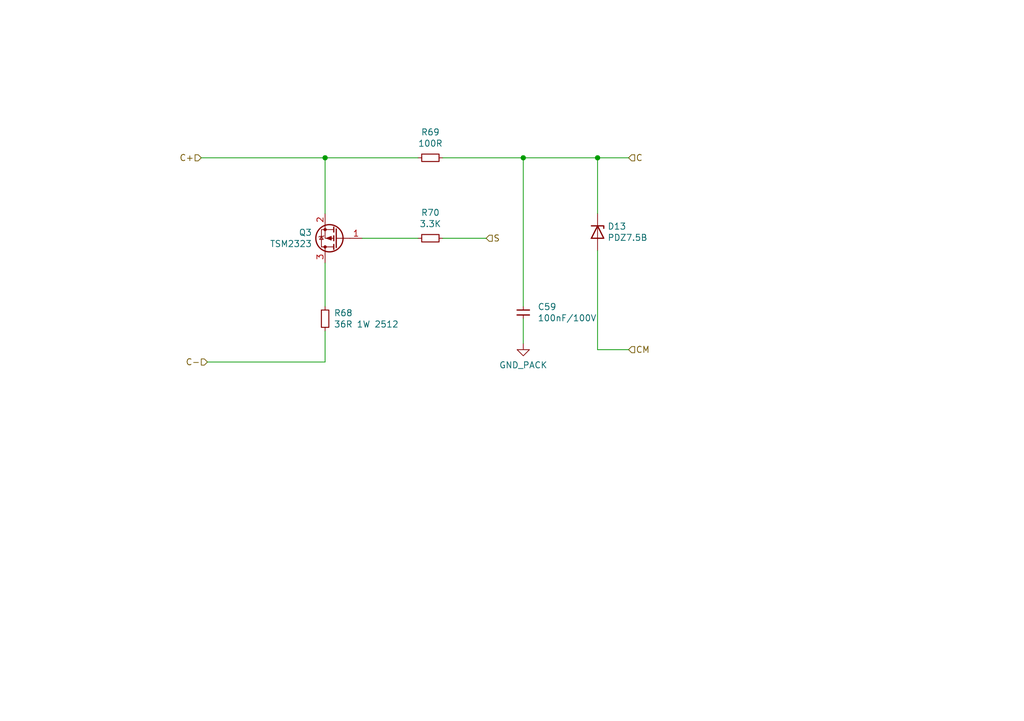
<source format=kicad_sch>
(kicad_sch (version 20230121) (generator eeschema)

  (uuid b617f54a-d595-416e-a403-41f59b27f156)

  (paper "A5")

  (title_block
    (date "2023-10-19")
    (rev "V0.1")
    (company "teTra")
  )

  (lib_symbols
    (symbol "Device:C" (pin_numbers hide) (pin_names (offset 0.254)) (in_bom yes) (on_board yes)
      (property "Reference" "C" (at 0.635 2.54 0)
        (effects (font (size 1.27 1.27)) (justify left))
      )
      (property "Value" "C" (at 0.635 -2.54 0)
        (effects (font (size 1.27 1.27)) (justify left))
      )
      (property "Footprint" "" (at 0.9652 -3.81 0)
        (effects (font (size 1.27 1.27)) hide)
      )
      (property "Datasheet" "~" (at 0 0 0)
        (effects (font (size 1.27 1.27)) hide)
      )
      (property "ki_keywords" "cap capacitor" (at 0 0 0)
        (effects (font (size 1.27 1.27)) hide)
      )
      (property "ki_description" "Unpolarized capacitor" (at 0 0 0)
        (effects (font (size 1.27 1.27)) hide)
      )
      (property "ki_fp_filters" "C_*" (at 0 0 0)
        (effects (font (size 1.27 1.27)) hide)
      )
      (symbol "C_1_1"
        (polyline
          (pts
            (xy -1.27 -0.508)
            (xy 1.27 -0.508)
          )
          (stroke (width 0.254) (type default))
          (fill (type none))
        )
        (polyline
          (pts
            (xy -1.27 0.508)
            (xy 1.27 0.508)
          )
          (stroke (width 0.254) (type default))
          (fill (type none))
        )
        (pin passive line (at 0 1.27 270) (length 0.762)
          (name "~" (effects (font (size 1.27 1.27))))
          (number "1" (effects (font (size 1.27 1.27))))
        )
        (pin passive line (at 0 -1.27 90) (length 0.762)
          (name "~" (effects (font (size 1.27 1.27))))
          (number "2" (effects (font (size 1.27 1.27))))
        )
      )
    )
    (symbol "Device:D_Zener" (pin_numbers hide) (pin_names (offset 1.016) hide) (in_bom yes) (on_board yes)
      (property "Reference" "D" (at 0 2.54 0)
        (effects (font (size 1.27 1.27)))
      )
      (property "Value" "D_Zener" (at 0 -2.54 0)
        (effects (font (size 1.27 1.27)))
      )
      (property "Footprint" "" (at 0 0 0)
        (effects (font (size 1.27 1.27)) hide)
      )
      (property "Datasheet" "~" (at 0 0 0)
        (effects (font (size 1.27 1.27)) hide)
      )
      (property "ki_keywords" "diode" (at 0 0 0)
        (effects (font (size 1.27 1.27)) hide)
      )
      (property "ki_description" "Zener diode" (at 0 0 0)
        (effects (font (size 1.27 1.27)) hide)
      )
      (property "ki_fp_filters" "TO-???* *_Diode_* *SingleDiode* D_*" (at 0 0 0)
        (effects (font (size 1.27 1.27)) hide)
      )
      (symbol "D_Zener_0_1"
        (polyline
          (pts
            (xy 1.27 0)
            (xy -1.27 0)
          )
          (stroke (width 0) (type default))
          (fill (type none))
        )
        (polyline
          (pts
            (xy -1.27 -1.27)
            (xy -1.27 1.27)
            (xy -0.762 1.27)
          )
          (stroke (width 0.254) (type default))
          (fill (type none))
        )
        (polyline
          (pts
            (xy 1.27 -1.27)
            (xy 1.27 1.27)
            (xy -1.27 0)
            (xy 1.27 -1.27)
          )
          (stroke (width 0.254) (type default))
          (fill (type none))
        )
      )
      (symbol "D_Zener_1_1"
        (pin passive line (at -3.81 0 0) (length 2.54)
          (name "K" (effects (font (size 1.27 1.27))))
          (number "1" (effects (font (size 1.27 1.27))))
        )
        (pin passive line (at 3.81 0 180) (length 2.54)
          (name "A" (effects (font (size 1.27 1.27))))
          (number "2" (effects (font (size 1.27 1.27))))
        )
      )
    )
    (symbol "Device:Q_PMOS_GSD" (pin_names (offset 0) hide) (in_bom yes) (on_board yes)
      (property "Reference" "Q" (at 5.08 1.27 0)
        (effects (font (size 1.27 1.27)) (justify left))
      )
      (property "Value" "Q_PMOS_GSD" (at 5.08 -1.27 0)
        (effects (font (size 1.27 1.27)) (justify left))
      )
      (property "Footprint" "" (at 5.08 2.54 0)
        (effects (font (size 1.27 1.27)) hide)
      )
      (property "Datasheet" "~" (at 0 0 0)
        (effects (font (size 1.27 1.27)) hide)
      )
      (property "ki_keywords" "transistor PMOS P-MOS P-MOSFET" (at 0 0 0)
        (effects (font (size 1.27 1.27)) hide)
      )
      (property "ki_description" "P-MOSFET transistor, gate/source/drain" (at 0 0 0)
        (effects (font (size 1.27 1.27)) hide)
      )
      (symbol "Q_PMOS_GSD_0_1"
        (polyline
          (pts
            (xy 0.254 0)
            (xy -2.54 0)
          )
          (stroke (width 0) (type default))
          (fill (type none))
        )
        (polyline
          (pts
            (xy 0.254 1.905)
            (xy 0.254 -1.905)
          )
          (stroke (width 0.254) (type default))
          (fill (type none))
        )
        (polyline
          (pts
            (xy 0.762 -1.27)
            (xy 0.762 -2.286)
          )
          (stroke (width 0.254) (type default))
          (fill (type none))
        )
        (polyline
          (pts
            (xy 0.762 0.508)
            (xy 0.762 -0.508)
          )
          (stroke (width 0.254) (type default))
          (fill (type none))
        )
        (polyline
          (pts
            (xy 0.762 2.286)
            (xy 0.762 1.27)
          )
          (stroke (width 0.254) (type default))
          (fill (type none))
        )
        (polyline
          (pts
            (xy 2.54 2.54)
            (xy 2.54 1.778)
          )
          (stroke (width 0) (type default))
          (fill (type none))
        )
        (polyline
          (pts
            (xy 2.54 -2.54)
            (xy 2.54 0)
            (xy 0.762 0)
          )
          (stroke (width 0) (type default))
          (fill (type none))
        )
        (polyline
          (pts
            (xy 0.762 1.778)
            (xy 3.302 1.778)
            (xy 3.302 -1.778)
            (xy 0.762 -1.778)
          )
          (stroke (width 0) (type default))
          (fill (type none))
        )
        (polyline
          (pts
            (xy 2.286 0)
            (xy 1.27 0.381)
            (xy 1.27 -0.381)
            (xy 2.286 0)
          )
          (stroke (width 0) (type default))
          (fill (type outline))
        )
        (polyline
          (pts
            (xy 2.794 -0.508)
            (xy 2.921 -0.381)
            (xy 3.683 -0.381)
            (xy 3.81 -0.254)
          )
          (stroke (width 0) (type default))
          (fill (type none))
        )
        (polyline
          (pts
            (xy 3.302 -0.381)
            (xy 2.921 0.254)
            (xy 3.683 0.254)
            (xy 3.302 -0.381)
          )
          (stroke (width 0) (type default))
          (fill (type none))
        )
        (circle (center 1.651 0) (radius 2.794)
          (stroke (width 0.254) (type default))
          (fill (type none))
        )
        (circle (center 2.54 -1.778) (radius 0.254)
          (stroke (width 0) (type default))
          (fill (type outline))
        )
        (circle (center 2.54 1.778) (radius 0.254)
          (stroke (width 0) (type default))
          (fill (type outline))
        )
      )
      (symbol "Q_PMOS_GSD_1_1"
        (pin input line (at -5.08 0 0) (length 2.54)
          (name "G" (effects (font (size 1.27 1.27))))
          (number "1" (effects (font (size 1.27 1.27))))
        )
        (pin passive line (at 2.54 -5.08 90) (length 2.54)
          (name "S" (effects (font (size 1.27 1.27))))
          (number "2" (effects (font (size 1.27 1.27))))
        )
        (pin passive line (at 2.54 5.08 270) (length 2.54)
          (name "D" (effects (font (size 1.27 1.27))))
          (number "3" (effects (font (size 1.27 1.27))))
        )
      )
    )
    (symbol "Device:R_Small" (pin_numbers hide) (pin_names (offset 0.254) hide) (in_bom yes) (on_board yes)
      (property "Reference" "R" (at 0.762 0.508 0)
        (effects (font (size 1.27 1.27)) (justify left))
      )
      (property "Value" "R_Small" (at 0.762 -1.016 0)
        (effects (font (size 1.27 1.27)) (justify left))
      )
      (property "Footprint" "" (at 0 0 0)
        (effects (font (size 1.27 1.27)) hide)
      )
      (property "Datasheet" "~" (at 0 0 0)
        (effects (font (size 1.27 1.27)) hide)
      )
      (property "ki_keywords" "R resistor" (at 0 0 0)
        (effects (font (size 1.27 1.27)) hide)
      )
      (property "ki_description" "Resistor, small symbol" (at 0 0 0)
        (effects (font (size 1.27 1.27)) hide)
      )
      (property "ki_fp_filters" "R_*" (at 0 0 0)
        (effects (font (size 1.27 1.27)) hide)
      )
      (symbol "R_Small_0_1"
        (rectangle (start -0.762 1.778) (end 0.762 -1.778)
          (stroke (width 0.2032) (type default))
          (fill (type none))
        )
      )
      (symbol "R_Small_1_1"
        (pin passive line (at 0 2.54 270) (length 0.762)
          (name "~" (effects (font (size 1.27 1.27))))
          (number "1" (effects (font (size 1.27 1.27))))
        )
        (pin passive line (at 0 -2.54 90) (length 0.762)
          (name "~" (effects (font (size 1.27 1.27))))
          (number "2" (effects (font (size 1.27 1.27))))
        )
      )
    )
    (symbol "power:GND_PACK" (power) (pin_names (offset 0)) (in_bom yes) (on_board yes)
      (property "Reference" "#PWR" (at 0 -6.35 0)
        (effects (font (size 1.27 1.27)) hide)
      )
      (property "Value" "GND_PACK" (at 0 -3.81 0)
        (effects (font (size 1.27 1.27)))
      )
      (property "Footprint" "" (at 0 0 0)
        (effects (font (size 1.27 1.27)) hide)
      )
      (property "Datasheet" "" (at 0 0 0)
        (effects (font (size 1.27 1.27)) hide)
      )
      (property "ki_keywords" "global power" (at 0 0 0)
        (effects (font (size 1.27 1.27)) hide)
      )
      (property "ki_description" "Power symbol creates a global label with name \"GND_PACK\" , ground" (at 0 0 0)
        (effects (font (size 1.27 1.27)) hide)
      )
      (symbol "GND_PACK_0_1"
        (polyline
          (pts
            (xy 0 0)
            (xy 0 -1.27)
            (xy 1.27 -1.27)
            (xy 0 -2.54)
            (xy -1.27 -1.27)
            (xy 0 -1.27)
          )
          (stroke (width 0) (type default))
          (fill (type none))
        )
      )
      (symbol "GND_PACK_1_1"
        (pin power_in line (at 0 0 270) (length 0) hide
          (name "GND_PACK" (effects (font (size 1.27 1.27))))
          (number "1" (effects (font (size 1.27 1.27))))
        )
      )
    )
  )

  (junction (at 122.555 32.385) (diameter 0) (color 0 0 0 0)
    (uuid 5a41a0a9-4a65-4203-9379-8b75415dce6d)
  )
  (junction (at 107.315 32.385) (diameter 0) (color 0 0 0 0)
    (uuid 5f139e44-093e-43a7-a558-f20763f89a8f)
  )
  (junction (at 66.675 32.385) (diameter 0) (color 0 0 0 0)
    (uuid b3215ab0-2cfc-4375-9f4b-50ddd3c00b07)
  )

  (wire (pts (xy 66.675 67.945) (xy 66.675 74.295))
    (stroke (width 0) (type default))
    (uuid 00449964-0469-4a40-8a7e-3261f8f4212d)
  )
  (wire (pts (xy 42.545 74.295) (xy 66.675 74.295))
    (stroke (width 0) (type default))
    (uuid 20aa87fc-cf9a-4f23-a711-cae9932a4116)
  )
  (wire (pts (xy 122.555 32.385) (xy 128.905 32.385))
    (stroke (width 0) (type default))
    (uuid 28efcf94-7f38-4e5a-9267-04afb8c9b61c)
  )
  (wire (pts (xy 107.315 32.385) (xy 107.315 62.865))
    (stroke (width 0) (type default))
    (uuid 3afca798-79e6-4583-9d91-d7af3342a090)
  )
  (wire (pts (xy 122.555 51.435) (xy 122.555 71.755))
    (stroke (width 0) (type default))
    (uuid 5d96c59a-744d-401f-b160-d49ad2c7fb37)
  )
  (wire (pts (xy 66.675 53.975) (xy 66.675 62.865))
    (stroke (width 0) (type default))
    (uuid 685fa693-2cd3-4577-ac16-caf4cb0af852)
  )
  (wire (pts (xy 90.805 48.895) (xy 99.695 48.895))
    (stroke (width 0) (type default))
    (uuid 980ada39-89b2-4e8d-ac5d-5e63b8225a22)
  )
  (wire (pts (xy 107.315 65.405) (xy 107.315 70.485))
    (stroke (width 0) (type default))
    (uuid 9e847583-a3ad-4aa2-b215-b0583e9cd0e7)
  )
  (wire (pts (xy 90.805 32.385) (xy 107.315 32.385))
    (stroke (width 0) (type default))
    (uuid d50952f2-e7b8-4d22-94ed-f1fb55d03bc9)
  )
  (wire (pts (xy 122.555 71.755) (xy 128.905 71.755))
    (stroke (width 0) (type default))
    (uuid e4f48ee0-1025-4c78-bcb3-94534fa4edbc)
  )
  (wire (pts (xy 107.315 32.385) (xy 122.555 32.385))
    (stroke (width 0) (type default))
    (uuid e53e0e6b-cb7c-4c17-b15b-9cafe4dfdcbe)
  )
  (wire (pts (xy 66.675 32.385) (xy 66.675 43.815))
    (stroke (width 0) (type default))
    (uuid e5b313e2-7811-4969-b2bd-2198c88a4048)
  )
  (wire (pts (xy 66.675 32.385) (xy 85.725 32.385))
    (stroke (width 0) (type default))
    (uuid eb2cd8c9-4878-4dc2-a6ce-f0eb2d55dcc9)
  )
  (wire (pts (xy 41.275 32.385) (xy 66.675 32.385))
    (stroke (width 0) (type default))
    (uuid f172ebd6-a074-4a52-9a82-d6e8207c0df7)
  )
  (wire (pts (xy 74.295 48.895) (xy 85.725 48.895))
    (stroke (width 0) (type default))
    (uuid f6c39dd0-8257-4df2-8246-2b7c82daa4a9)
  )
  (wire (pts (xy 122.555 43.815) (xy 122.555 32.385))
    (stroke (width 0) (type default))
    (uuid fdd47970-c072-4da4-8644-8bf011c6214b)
  )

  (hierarchical_label "S" (shape input) (at 99.695 48.895 0) (fields_autoplaced)
    (effects (font (size 1.27 1.27)) (justify left))
    (uuid 4a6bbecf-03f6-4c06-bb2e-550e96c8bdbc)
  )
  (hierarchical_label "C" (shape input) (at 128.905 32.385 0) (fields_autoplaced)
    (effects (font (size 1.27 1.27)) (justify left))
    (uuid 4d348356-9c8b-4d14-82b9-f6a543218144)
  )
  (hierarchical_label "C+" (shape input) (at 41.275 32.385 180) (fields_autoplaced)
    (effects (font (size 1.27 1.27)) (justify right))
    (uuid 4dda22f8-6091-4ff5-af73-cb7c121ff4d7)
  )
  (hierarchical_label "C-" (shape input) (at 42.545 74.295 180) (fields_autoplaced)
    (effects (font (size 1.27 1.27)) (justify right))
    (uuid 7558b255-b61b-4ec0-9d0f-5f1770b52780)
  )
  (hierarchical_label "CM" (shape input) (at 128.905 71.755 0) (fields_autoplaced)
    (effects (font (size 1.27 1.27)) (justify left))
    (uuid 9cc79c65-54f9-43ba-9363-91facd3e8160)
  )

  (symbol (lib_id "Device:Q_PMOS_GSD") (at 69.215 48.895 180) (unit 1)
    (in_bom yes) (on_board yes) (dnp no)
    (uuid 0521340c-6875-40b5-8f4e-658aa854575c)
    (property "Reference" "Q3" (at 64.008 47.7266 0)
      (effects (font (size 1.27 1.27)) (justify left))
    )
    (property "Value" "TSM2323" (at 64.008 50.038 0)
      (effects (font (size 1.27 1.27)) (justify left))
    )
    (property "Footprint" "Package_TO_SOT_SMD:SOT-23" (at 64.135 51.435 0)
      (effects (font (size 1.27 1.27)) hide)
    )
    (property "Datasheet" "https://www.taiwansemi.com/assets/uploads/datasheet/TSM2323_F15.pdf" (at 69.215 48.895 0)
      (effects (font (size 1.27 1.27)) hide)
    )
    (property "MPN" "TSM2323CX RFG " (at 69.215 48.895 0)
      (effects (font (size 1.27 1.27)) hide)
    )
    (property "Description" "P-Channel 20 V 4.7A (Ta) 1.25W (Ta) Surface Mount SOT-23" (at 69.215 48.895 0)
      (effects (font (size 1.27 1.27)) hide)
    )
    (property "Link" "https://www.digikey.jp/en/products/detail/taiwan-semiconductor-corporation/TSM2323CX-RFG/7360264?s=N4IgTCBcDaICoGUCyYDMaDCANABAJQDEBxHEAXQF8g" (at 69.215 48.895 0)
      (effects (font (size 1.27 1.27)) hide)
    )
    (pin "1" (uuid dbea166c-bcd2-4cfd-ad6b-8ea22c023d89))
    (pin "2" (uuid 0075f24d-3715-4617-90ce-cce2263e97f4))
    (pin "3" (uuid 9a280804-3df4-488c-8394-071f071790a3))
    (instances
      (project "ESP32_Master"
        (path "/6a86ff6f-b159-4c4c-8a40-e732cc82e010/0999518d-09c3-4a69-bd78-ff81b3ce8dd2/465070a3-d5f3-43ad-8597-2e1a5d40b801"
          (reference "Q3") (unit 1)
        )
        (path "/6a86ff6f-b159-4c4c-8a40-e732cc82e010/0999518d-09c3-4a69-bd78-ff81b3ce8dd2/e334af48-6edd-41fc-8590-ee7e4dff41f8"
          (reference "Q4") (unit 1)
        )
        (path "/6a86ff6f-b159-4c4c-8a40-e732cc82e010/0999518d-09c3-4a69-bd78-ff81b3ce8dd2/19041a75-53c8-4483-ab7a-6e49fae012b6"
          (reference "Q5") (unit 1)
        )
        (path "/6a86ff6f-b159-4c4c-8a40-e732cc82e010/0999518d-09c3-4a69-bd78-ff81b3ce8dd2/e53818c9-b8a7-47e2-8bef-2b7a2c59483f"
          (reference "Q6") (unit 1)
        )
        (path "/6a86ff6f-b159-4c4c-8a40-e732cc82e010/0999518d-09c3-4a69-bd78-ff81b3ce8dd2/d68d73fb-b65c-48fe-93ad-ef8e1e59b36d"
          (reference "Q7") (unit 1)
        )
        (path "/6a86ff6f-b159-4c4c-8a40-e732cc82e010/0999518d-09c3-4a69-bd78-ff81b3ce8dd2/bd59d348-fc68-4734-92b5-50f888b7578c"
          (reference "Q8") (unit 1)
        )
        (path "/6a86ff6f-b159-4c4c-8a40-e732cc82e010/0999518d-09c3-4a69-bd78-ff81b3ce8dd2/8de7d13b-b697-42c9-ba84-33fadfc425b6"
          (reference "Q9") (unit 1)
        )
        (path "/6a86ff6f-b159-4c4c-8a40-e732cc82e010/0999518d-09c3-4a69-bd78-ff81b3ce8dd2/60cc472b-ffa3-49bc-9ffa-1eb4726af0bf"
          (reference "Q10") (unit 1)
        )
        (path "/6a86ff6f-b159-4c4c-8a40-e732cc82e010/0999518d-09c3-4a69-bd78-ff81b3ce8dd2/463e1fe4-7edf-42b1-8034-da5791a5ce86"
          (reference "Q11") (unit 1)
        )
        (path "/6a86ff6f-b159-4c4c-8a40-e732cc82e010/0999518d-09c3-4a69-bd78-ff81b3ce8dd2/210373bf-e475-47d4-99fb-665ba599d634"
          (reference "Q12") (unit 1)
        )
        (path "/6a86ff6f-b159-4c4c-8a40-e732cc82e010/0999518d-09c3-4a69-bd78-ff81b3ce8dd2/c041c063-928c-41d7-8623-0d8fabfc1e80"
          (reference "Q13") (unit 1)
        )
        (path "/6a86ff6f-b159-4c4c-8a40-e732cc82e010/0999518d-09c3-4a69-bd78-ff81b3ce8dd2/fedf4b0c-24fd-4552-8bac-0aa12510716a"
          (reference "Q14") (unit 1)
        )
      )
      (project "LTC6811"
        (path "/c4061cfa-a05d-44c7-ba89-bb211c8b143a/00000000-0000-0000-0000-00005c4fcbe0"
          (reference "Q3") (unit 1)
        )
        (path "/c4061cfa-a05d-44c7-ba89-bb211c8b143a/00000000-0000-0000-0000-00005c4fced8"
          (reference "Q5") (unit 1)
        )
        (path "/c4061cfa-a05d-44c7-ba89-bb211c8b143a/00000000-0000-0000-0000-00005c4fd330"
          (reference "Q7") (unit 1)
        )
        (path "/c4061cfa-a05d-44c7-ba89-bb211c8b143a/00000000-0000-0000-0000-00005c4fd33c"
          (reference "Q9") (unit 1)
        )
        (path "/c4061cfa-a05d-44c7-ba89-bb211c8b143a/00000000-0000-0000-0000-00005c4ffa2b"
          (reference "Q11") (unit 1)
        )
        (path "/c4061cfa-a05d-44c7-ba89-bb211c8b143a/00000000-0000-0000-0000-00005c4ffa37"
          (reference "Q13") (unit 1)
        )
        (path "/c4061cfa-a05d-44c7-ba89-bb211c8b143a/00000000-0000-0000-0000-00005c4fced2"
          (reference "Q4") (unit 1)
        )
        (path "/c4061cfa-a05d-44c7-ba89-bb211c8b143a/00000000-0000-0000-0000-00005c4fd336"
          (reference "Q8") (unit 1)
        )
        (path "/c4061cfa-a05d-44c7-ba89-bb211c8b143a/00000000-0000-0000-0000-00005c4ffa31"
          (reference "Q12") (unit 1)
        )
        (path "/c4061cfa-a05d-44c7-ba89-bb211c8b143a/00000000-0000-0000-0000-00005c4f59f4"
          (reference "Q2") (unit 1)
        )
        (path "/c4061cfa-a05d-44c7-ba89-bb211c8b143a/00000000-0000-0000-0000-00005c4ffa25"
          (reference "Q10") (unit 1)
        )
        (path "/c4061cfa-a05d-44c7-ba89-bb211c8b143a/00000000-0000-0000-0000-00005c4fd32a"
          (reference "Q6") (unit 1)
        )
      )
    )
  )

  (symbol (lib_id "power:GND_PACK") (at 107.315 70.485 0) (unit 1)
    (in_bom yes) (on_board yes) (dnp no) (fields_autoplaced)
    (uuid 5d892bb2-6629-460c-a20d-058cbe4979bb)
    (property "Reference" "#PWR086" (at 107.315 76.835 0)
      (effects (font (size 1.27 1.27)) hide)
    )
    (property "Value" "GND_PACK" (at 107.315 74.93 0)
      (effects (font (size 1.27 1.27)))
    )
    (property "Footprint" "" (at 107.315 70.485 0)
      (effects (font (size 1.27 1.27)) hide)
    )
    (property "Datasheet" "" (at 107.315 70.485 0)
      (effects (font (size 1.27 1.27)) hide)
    )
    (pin "1" (uuid c6433e8f-9801-448a-a8a7-0d35a802ca90))
    (instances
      (project "ESP32_Master"
        (path "/6a86ff6f-b159-4c4c-8a40-e732cc82e010/0999518d-09c3-4a69-bd78-ff81b3ce8dd2/465070a3-d5f3-43ad-8597-2e1a5d40b801"
          (reference "#PWR086") (unit 1)
        )
        (path "/6a86ff6f-b159-4c4c-8a40-e732cc82e010/0999518d-09c3-4a69-bd78-ff81b3ce8dd2/e334af48-6edd-41fc-8590-ee7e4dff41f8"
          (reference "#PWR087") (unit 1)
        )
        (path "/6a86ff6f-b159-4c4c-8a40-e732cc82e010/0999518d-09c3-4a69-bd78-ff81b3ce8dd2/19041a75-53c8-4483-ab7a-6e49fae012b6"
          (reference "#PWR088") (unit 1)
        )
        (path "/6a86ff6f-b159-4c4c-8a40-e732cc82e010/0999518d-09c3-4a69-bd78-ff81b3ce8dd2/e53818c9-b8a7-47e2-8bef-2b7a2c59483f"
          (reference "#PWR089") (unit 1)
        )
        (path "/6a86ff6f-b159-4c4c-8a40-e732cc82e010/0999518d-09c3-4a69-bd78-ff81b3ce8dd2/d68d73fb-b65c-48fe-93ad-ef8e1e59b36d"
          (reference "#PWR090") (unit 1)
        )
        (path "/6a86ff6f-b159-4c4c-8a40-e732cc82e010/0999518d-09c3-4a69-bd78-ff81b3ce8dd2/bd59d348-fc68-4734-92b5-50f888b7578c"
          (reference "#PWR091") (unit 1)
        )
        (path "/6a86ff6f-b159-4c4c-8a40-e732cc82e010/0999518d-09c3-4a69-bd78-ff81b3ce8dd2/8de7d13b-b697-42c9-ba84-33fadfc425b6"
          (reference "#PWR092") (unit 1)
        )
        (path "/6a86ff6f-b159-4c4c-8a40-e732cc82e010/0999518d-09c3-4a69-bd78-ff81b3ce8dd2/60cc472b-ffa3-49bc-9ffa-1eb4726af0bf"
          (reference "#PWR093") (unit 1)
        )
        (path "/6a86ff6f-b159-4c4c-8a40-e732cc82e010/0999518d-09c3-4a69-bd78-ff81b3ce8dd2/463e1fe4-7edf-42b1-8034-da5791a5ce86"
          (reference "#PWR094") (unit 1)
        )
        (path "/6a86ff6f-b159-4c4c-8a40-e732cc82e010/0999518d-09c3-4a69-bd78-ff81b3ce8dd2/210373bf-e475-47d4-99fb-665ba599d634"
          (reference "#PWR095") (unit 1)
        )
        (path "/6a86ff6f-b159-4c4c-8a40-e732cc82e010/0999518d-09c3-4a69-bd78-ff81b3ce8dd2/c041c063-928c-41d7-8623-0d8fabfc1e80"
          (reference "#PWR096") (unit 1)
        )
        (path "/6a86ff6f-b159-4c4c-8a40-e732cc82e010/0999518d-09c3-4a69-bd78-ff81b3ce8dd2/fedf4b0c-24fd-4552-8bac-0aa12510716a"
          (reference "#PWR097") (unit 1)
        )
      )
    )
  )

  (symbol (lib_id "Device:R_Small") (at 88.265 48.895 270) (unit 1)
    (in_bom yes) (on_board yes) (dnp no)
    (uuid 5f2a1073-76ab-46f5-9581-e7e19e53c38d)
    (property "Reference" "R70" (at 88.265 43.6372 90)
      (effects (font (size 1.27 1.27)))
    )
    (property "Value" "3.3K" (at 88.265 45.9486 90)
      (effects (font (size 1.27 1.27)))
    )
    (property "Footprint" "Resistor_SMD:R_0603_1608Metric" (at 88.265 47.117 90)
      (effects (font (size 1.27 1.27)) hide)
    )
    (property "Datasheet" "https://www.yageo.com/upload/media/product/app/datasheet/rchip/pyu-rc_group_51_rohs_l.pdf" (at 88.265 48.895 0)
      (effects (font (size 1.27 1.27)) hide)
    )
    (property "MPN" "RC0603FR-073K3L" (at 88.265 48.895 0)
      (effects (font (size 1.27 1.27)) hide)
    )
    (property "Description" "3.3 kOhms ±1% 0.1W, 1/10W Chip Resistor 0603 (1608 Metric) Moisture Resistant Thick Film" (at 88.265 48.895 0)
      (effects (font (size 1.27 1.27)) hide)
    )
    (property "Link" "https://www.digikey.jp/en/products/detail/yageo/RC0603FR-073K3L/727126?s=N4IgTCBcDaIEoGEAMA2JBmAYnAtEg7OgNboAyIAugL5A" (at 88.265 48.895 0)
      (effects (font (size 1.27 1.27)) hide)
    )
    (pin "1" (uuid 023e78b7-5f26-4e72-af99-62155ce48708))
    (pin "2" (uuid f93bfa10-2856-4b58-a8a8-0ca147dbb7a0))
    (instances
      (project "ESP32_Master"
        (path "/6a86ff6f-b159-4c4c-8a40-e732cc82e010/0999518d-09c3-4a69-bd78-ff81b3ce8dd2/465070a3-d5f3-43ad-8597-2e1a5d40b801"
          (reference "R70") (unit 1)
        )
        (path "/6a86ff6f-b159-4c4c-8a40-e732cc82e010/0999518d-09c3-4a69-bd78-ff81b3ce8dd2/e334af48-6edd-41fc-8590-ee7e4dff41f8"
          (reference "R73") (unit 1)
        )
        (path "/6a86ff6f-b159-4c4c-8a40-e732cc82e010/0999518d-09c3-4a69-bd78-ff81b3ce8dd2/19041a75-53c8-4483-ab7a-6e49fae012b6"
          (reference "R76") (unit 1)
        )
        (path "/6a86ff6f-b159-4c4c-8a40-e732cc82e010/0999518d-09c3-4a69-bd78-ff81b3ce8dd2/e53818c9-b8a7-47e2-8bef-2b7a2c59483f"
          (reference "R79") (unit 1)
        )
        (path "/6a86ff6f-b159-4c4c-8a40-e732cc82e010/0999518d-09c3-4a69-bd78-ff81b3ce8dd2/d68d73fb-b65c-48fe-93ad-ef8e1e59b36d"
          (reference "R82") (unit 1)
        )
        (path "/6a86ff6f-b159-4c4c-8a40-e732cc82e010/0999518d-09c3-4a69-bd78-ff81b3ce8dd2/bd59d348-fc68-4734-92b5-50f888b7578c"
          (reference "R85") (unit 1)
        )
        (path "/6a86ff6f-b159-4c4c-8a40-e732cc82e010/0999518d-09c3-4a69-bd78-ff81b3ce8dd2/8de7d13b-b697-42c9-ba84-33fadfc425b6"
          (reference "R88") (unit 1)
        )
        (path "/6a86ff6f-b159-4c4c-8a40-e732cc82e010/0999518d-09c3-4a69-bd78-ff81b3ce8dd2/60cc472b-ffa3-49bc-9ffa-1eb4726af0bf"
          (reference "R91") (unit 1)
        )
        (path "/6a86ff6f-b159-4c4c-8a40-e732cc82e010/0999518d-09c3-4a69-bd78-ff81b3ce8dd2/463e1fe4-7edf-42b1-8034-da5791a5ce86"
          (reference "R94") (unit 1)
        )
        (path "/6a86ff6f-b159-4c4c-8a40-e732cc82e010/0999518d-09c3-4a69-bd78-ff81b3ce8dd2/210373bf-e475-47d4-99fb-665ba599d634"
          (reference "R97") (unit 1)
        )
        (path "/6a86ff6f-b159-4c4c-8a40-e732cc82e010/0999518d-09c3-4a69-bd78-ff81b3ce8dd2/c041c063-928c-41d7-8623-0d8fabfc1e80"
          (reference "R100") (unit 1)
        )
        (path "/6a86ff6f-b159-4c4c-8a40-e732cc82e010/0999518d-09c3-4a69-bd78-ff81b3ce8dd2/fedf4b0c-24fd-4552-8bac-0aa12510716a"
          (reference "R103") (unit 1)
        )
      )
      (project "LTC6811"
        (path "/c4061cfa-a05d-44c7-ba89-bb211c8b143a/00000000-0000-0000-0000-00005c4fcbe0"
          (reference "R17") (unit 1)
        )
        (path "/c4061cfa-a05d-44c7-ba89-bb211c8b143a/00000000-0000-0000-0000-00005c4fced8"
          (reference "R23") (unit 1)
        )
        (path "/c4061cfa-a05d-44c7-ba89-bb211c8b143a/00000000-0000-0000-0000-00005c4fd330"
          (reference "R29") (unit 1)
        )
        (path "/c4061cfa-a05d-44c7-ba89-bb211c8b143a/00000000-0000-0000-0000-00005c4fd33c"
          (reference "R35") (unit 1)
        )
        (path "/c4061cfa-a05d-44c7-ba89-bb211c8b143a/00000000-0000-0000-0000-00005c4ffa2b"
          (reference "R41") (unit 1)
        )
        (path "/c4061cfa-a05d-44c7-ba89-bb211c8b143a/00000000-0000-0000-0000-00005c4ffa37"
          (reference "R47") (unit 1)
        )
        (path "/c4061cfa-a05d-44c7-ba89-bb211c8b143a/00000000-0000-0000-0000-00005c4fced2"
          (reference "R20") (unit 1)
        )
        (path "/c4061cfa-a05d-44c7-ba89-bb211c8b143a/00000000-0000-0000-0000-00005c4fd336"
          (reference "R32") (unit 1)
        )
        (path "/c4061cfa-a05d-44c7-ba89-bb211c8b143a/00000000-0000-0000-0000-00005c4ffa31"
          (reference "R44") (unit 1)
        )
        (path "/c4061cfa-a05d-44c7-ba89-bb211c8b143a/00000000-0000-0000-0000-00005c4f59f4"
          (reference "R14") (unit 1)
        )
        (path "/c4061cfa-a05d-44c7-ba89-bb211c8b143a/00000000-0000-0000-0000-00005c4ffa25"
          (reference "R38") (unit 1)
        )
        (path "/c4061cfa-a05d-44c7-ba89-bb211c8b143a/00000000-0000-0000-0000-00005c4fd32a"
          (reference "R26") (unit 1)
        )
      )
    )
  )

  (symbol (lib_id "Device:C") (at 107.315 64.135 0) (unit 1)
    (in_bom yes) (on_board yes) (dnp no)
    (uuid b6a6273f-7685-4248-b1db-9f35a32326fb)
    (property "Reference" "C59" (at 110.236 62.9666 0)
      (effects (font (size 1.27 1.27)) (justify left))
    )
    (property "Value" "100nF/100V" (at 110.236 65.278 0)
      (effects (font (size 1.27 1.27)) (justify left))
    )
    (property "Footprint" "Capacitor_SMD:C_0603_1608Metric" (at 108.2802 67.945 0)
      (effects (font (size 1.27 1.27)) hide)
    )
    (property "Datasheet" "https://www.digikey.jp/en/products/detail/samsung-electro-mechanics/CL10B104KC8NNNC/5961291?s=N4IgTCBcDaIMIBkCMAGAQqgLAaTgDgDki4AdEkAXQF8g" (at 107.315 64.135 0)
      (effects (font (size 1.27 1.27)) hide)
    )
    (property "MPN" "CL10B104KC8NNNC" (at 107.315 64.135 0)
      (effects (font (size 1.27 1.27)) hide)
    )
    (property "Description" "0.1 µF ±10% 100V Ceramic Capacitor X7R 0603 (1608 Metric)" (at 107.315 64.135 0)
      (effects (font (size 1.27 1.27)) hide)
    )
    (property "Link" "https://www.digikey.jp/en/products/detail/samsung-electro-mechanics/CL10B104KC8NNNC/5961291?s=N4IgTCBcDaIMIBkCMAGAQqgLAaTgDgDki4QBdAXyA" (at 107.315 64.135 0)
      (effects (font (size 1.27 1.27)) hide)
    )
    (pin "1" (uuid 931d223a-41be-425a-ad29-fc6de9bf0810))
    (pin "2" (uuid fa488fed-24be-401d-a6fb-21db09c2661e))
    (instances
      (project "ESP32_Master"
        (path "/6a86ff6f-b159-4c4c-8a40-e732cc82e010/0999518d-09c3-4a69-bd78-ff81b3ce8dd2/465070a3-d5f3-43ad-8597-2e1a5d40b801"
          (reference "C59") (unit 1)
        )
        (path "/6a86ff6f-b159-4c4c-8a40-e732cc82e010/0999518d-09c3-4a69-bd78-ff81b3ce8dd2/e334af48-6edd-41fc-8590-ee7e4dff41f8"
          (reference "C60") (unit 1)
        )
        (path "/6a86ff6f-b159-4c4c-8a40-e732cc82e010/0999518d-09c3-4a69-bd78-ff81b3ce8dd2/19041a75-53c8-4483-ab7a-6e49fae012b6"
          (reference "C61") (unit 1)
        )
        (path "/6a86ff6f-b159-4c4c-8a40-e732cc82e010/0999518d-09c3-4a69-bd78-ff81b3ce8dd2/e53818c9-b8a7-47e2-8bef-2b7a2c59483f"
          (reference "C62") (unit 1)
        )
        (path "/6a86ff6f-b159-4c4c-8a40-e732cc82e010/0999518d-09c3-4a69-bd78-ff81b3ce8dd2/d68d73fb-b65c-48fe-93ad-ef8e1e59b36d"
          (reference "C63") (unit 1)
        )
        (path "/6a86ff6f-b159-4c4c-8a40-e732cc82e010/0999518d-09c3-4a69-bd78-ff81b3ce8dd2/bd59d348-fc68-4734-92b5-50f888b7578c"
          (reference "C64") (unit 1)
        )
        (path "/6a86ff6f-b159-4c4c-8a40-e732cc82e010/0999518d-09c3-4a69-bd78-ff81b3ce8dd2/8de7d13b-b697-42c9-ba84-33fadfc425b6"
          (reference "C65") (unit 1)
        )
        (path "/6a86ff6f-b159-4c4c-8a40-e732cc82e010/0999518d-09c3-4a69-bd78-ff81b3ce8dd2/60cc472b-ffa3-49bc-9ffa-1eb4726af0bf"
          (reference "C66") (unit 1)
        )
        (path "/6a86ff6f-b159-4c4c-8a40-e732cc82e010/0999518d-09c3-4a69-bd78-ff81b3ce8dd2/463e1fe4-7edf-42b1-8034-da5791a5ce86"
          (reference "C67") (unit 1)
        )
        (path "/6a86ff6f-b159-4c4c-8a40-e732cc82e010/0999518d-09c3-4a69-bd78-ff81b3ce8dd2/210373bf-e475-47d4-99fb-665ba599d634"
          (reference "C68") (unit 1)
        )
        (path "/6a86ff6f-b159-4c4c-8a40-e732cc82e010/0999518d-09c3-4a69-bd78-ff81b3ce8dd2/c041c063-928c-41d7-8623-0d8fabfc1e80"
          (reference "C69") (unit 1)
        )
        (path "/6a86ff6f-b159-4c4c-8a40-e732cc82e010/0999518d-09c3-4a69-bd78-ff81b3ce8dd2/fedf4b0c-24fd-4552-8bac-0aa12510716a"
          (reference "C70") (unit 1)
        )
      )
      (project "LTC6811"
        (path "/c4061cfa-a05d-44c7-ba89-bb211c8b143a/00000000-0000-0000-0000-00005c4fcbe0"
          (reference "C14") (unit 1)
        )
        (path "/c4061cfa-a05d-44c7-ba89-bb211c8b143a/00000000-0000-0000-0000-00005c4fced8"
          (reference "C16") (unit 1)
        )
        (path "/c4061cfa-a05d-44c7-ba89-bb211c8b143a/00000000-0000-0000-0000-00005c4fd330"
          (reference "C18") (unit 1)
        )
        (path "/c4061cfa-a05d-44c7-ba89-bb211c8b143a/00000000-0000-0000-0000-00005c4fd33c"
          (reference "C20") (unit 1)
        )
        (path "/c4061cfa-a05d-44c7-ba89-bb211c8b143a/00000000-0000-0000-0000-00005c4ffa2b"
          (reference "C22") (unit 1)
        )
        (path "/c4061cfa-a05d-44c7-ba89-bb211c8b143a/00000000-0000-0000-0000-00005c4ffa37"
          (reference "C24") (unit 1)
        )
        (path "/c4061cfa-a05d-44c7-ba89-bb211c8b143a/00000000-0000-0000-0000-00005c4fced2"
          (reference "C15") (unit 1)
        )
        (path "/c4061cfa-a05d-44c7-ba89-bb211c8b143a/00000000-0000-0000-0000-00005c4fd336"
          (reference "C19") (unit 1)
        )
        (path "/c4061cfa-a05d-44c7-ba89-bb211c8b143a/00000000-0000-0000-0000-00005c4ffa31"
          (reference "C23") (unit 1)
        )
        (path "/c4061cfa-a05d-44c7-ba89-bb211c8b143a/00000000-0000-0000-0000-00005c4f59f4"
          (reference "C13") (unit 1)
        )
        (path "/c4061cfa-a05d-44c7-ba89-bb211c8b143a/00000000-0000-0000-0000-00005c4ffa25"
          (reference "C21") (unit 1)
        )
        (path "/c4061cfa-a05d-44c7-ba89-bb211c8b143a/00000000-0000-0000-0000-00005c4fd32a"
          (reference "C17") (unit 1)
        )
      )
    )
  )

  (symbol (lib_id "Device:R_Small") (at 66.675 65.405 180) (unit 1)
    (in_bom yes) (on_board yes) (dnp no)
    (uuid cf86cc3e-0bf9-498f-9c39-5ddc44f31eaf)
    (property "Reference" "R68" (at 68.453 64.2366 0)
      (effects (font (size 1.27 1.27)) (justify right))
    )
    (property "Value" "36R 1W 2512" (at 68.453 66.548 0)
      (effects (font (size 1.27 1.27)) (justify right))
    )
    (property "Footprint" "Resistor_SMD:R_2512_6332Metric" (at 68.453 65.405 90)
      (effects (font (size 1.27 1.27)) hide)
    )
    (property "Datasheet" "https://www.seielect.com/catalog/sei-rmcf_rmcp.pdf" (at 66.675 65.405 0)
      (effects (font (size 1.27 1.27)) hide)
    )
    (property "MPN" "RTT25360JTE" (at 66.675 65.405 0)
      (effects (font (size 1.27 1.27)) hide)
    )
    (property "Description" "36 Ohms ±5% 1W Chip Resistor 2512 (6432 Metric) Automotive AEC-Q200 Thick Film" (at 66.675 65.405 0)
      (effects (font (size 1.27 1.27)) hide)
    )
    (property "Link" "https://www.digikey.jp/en/products/detail/stackpole-electronics-inc/RMCF2512JT36R0/1716346" (at 66.675 65.405 0)
      (effects (font (size 1.27 1.27)) hide)
    )
    (pin "1" (uuid 843fd04e-6cae-4c13-a714-b4753f121ea3))
    (pin "2" (uuid 987b2a17-00ca-471a-bd45-93a2e76b2a90))
    (instances
      (project "ESP32_Master"
        (path "/6a86ff6f-b159-4c4c-8a40-e732cc82e010/0999518d-09c3-4a69-bd78-ff81b3ce8dd2/465070a3-d5f3-43ad-8597-2e1a5d40b801"
          (reference "R68") (unit 1)
        )
        (path "/6a86ff6f-b159-4c4c-8a40-e732cc82e010/0999518d-09c3-4a69-bd78-ff81b3ce8dd2/e334af48-6edd-41fc-8590-ee7e4dff41f8"
          (reference "R71") (unit 1)
        )
        (path "/6a86ff6f-b159-4c4c-8a40-e732cc82e010/0999518d-09c3-4a69-bd78-ff81b3ce8dd2/19041a75-53c8-4483-ab7a-6e49fae012b6"
          (reference "R74") (unit 1)
        )
        (path "/6a86ff6f-b159-4c4c-8a40-e732cc82e010/0999518d-09c3-4a69-bd78-ff81b3ce8dd2/e53818c9-b8a7-47e2-8bef-2b7a2c59483f"
          (reference "R77") (unit 1)
        )
        (path "/6a86ff6f-b159-4c4c-8a40-e732cc82e010/0999518d-09c3-4a69-bd78-ff81b3ce8dd2/d68d73fb-b65c-48fe-93ad-ef8e1e59b36d"
          (reference "R80") (unit 1)
        )
        (path "/6a86ff6f-b159-4c4c-8a40-e732cc82e010/0999518d-09c3-4a69-bd78-ff81b3ce8dd2/bd59d348-fc68-4734-92b5-50f888b7578c"
          (reference "R83") (unit 1)
        )
        (path "/6a86ff6f-b159-4c4c-8a40-e732cc82e010/0999518d-09c3-4a69-bd78-ff81b3ce8dd2/8de7d13b-b697-42c9-ba84-33fadfc425b6"
          (reference "R86") (unit 1)
        )
        (path "/6a86ff6f-b159-4c4c-8a40-e732cc82e010/0999518d-09c3-4a69-bd78-ff81b3ce8dd2/60cc472b-ffa3-49bc-9ffa-1eb4726af0bf"
          (reference "R89") (unit 1)
        )
        (path "/6a86ff6f-b159-4c4c-8a40-e732cc82e010/0999518d-09c3-4a69-bd78-ff81b3ce8dd2/463e1fe4-7edf-42b1-8034-da5791a5ce86"
          (reference "R92") (unit 1)
        )
        (path "/6a86ff6f-b159-4c4c-8a40-e732cc82e010/0999518d-09c3-4a69-bd78-ff81b3ce8dd2/210373bf-e475-47d4-99fb-665ba599d634"
          (reference "R95") (unit 1)
        )
        (path "/6a86ff6f-b159-4c4c-8a40-e732cc82e010/0999518d-09c3-4a69-bd78-ff81b3ce8dd2/c041c063-928c-41d7-8623-0d8fabfc1e80"
          (reference "R98") (unit 1)
        )
        (path "/6a86ff6f-b159-4c4c-8a40-e732cc82e010/0999518d-09c3-4a69-bd78-ff81b3ce8dd2/fedf4b0c-24fd-4552-8bac-0aa12510716a"
          (reference "R101") (unit 1)
        )
      )
      (project "LTC6811"
        (path "/c4061cfa-a05d-44c7-ba89-bb211c8b143a/00000000-0000-0000-0000-00005c4fcbe0"
          (reference "R15") (unit 1)
        )
        (path "/c4061cfa-a05d-44c7-ba89-bb211c8b143a/00000000-0000-0000-0000-00005c4fced8"
          (reference "R21") (unit 1)
        )
        (path "/c4061cfa-a05d-44c7-ba89-bb211c8b143a/00000000-0000-0000-0000-00005c4fd330"
          (reference "R27") (unit 1)
        )
        (path "/c4061cfa-a05d-44c7-ba89-bb211c8b143a/00000000-0000-0000-0000-00005c4fd33c"
          (reference "R33") (unit 1)
        )
        (path "/c4061cfa-a05d-44c7-ba89-bb211c8b143a/00000000-0000-0000-0000-00005c4ffa2b"
          (reference "R39") (unit 1)
        )
        (path "/c4061cfa-a05d-44c7-ba89-bb211c8b143a/00000000-0000-0000-0000-00005c4ffa37"
          (reference "R45") (unit 1)
        )
        (path "/c4061cfa-a05d-44c7-ba89-bb211c8b143a/00000000-0000-0000-0000-00005c4fced2"
          (reference "R18") (unit 1)
        )
        (path "/c4061cfa-a05d-44c7-ba89-bb211c8b143a/00000000-0000-0000-0000-00005c4fd336"
          (reference "R30") (unit 1)
        )
        (path "/c4061cfa-a05d-44c7-ba89-bb211c8b143a/00000000-0000-0000-0000-00005c4ffa31"
          (reference "R42") (unit 1)
        )
        (path "/c4061cfa-a05d-44c7-ba89-bb211c8b143a/00000000-0000-0000-0000-00005c4f59f4"
          (reference "R12") (unit 1)
        )
        (path "/c4061cfa-a05d-44c7-ba89-bb211c8b143a/00000000-0000-0000-0000-00005c4ffa25"
          (reference "R36") (unit 1)
        )
        (path "/c4061cfa-a05d-44c7-ba89-bb211c8b143a/00000000-0000-0000-0000-00005c4fd32a"
          (reference "R24") (unit 1)
        )
      )
    )
  )

  (symbol (lib_id "Device:D_Zener") (at 122.555 47.625 270) (unit 1)
    (in_bom yes) (on_board yes) (dnp no)
    (uuid e9f8dff2-0f77-410d-90a4-ff6b6cb1f514)
    (property "Reference" "D13" (at 124.5616 46.4566 90)
      (effects (font (size 1.27 1.27)) (justify left))
    )
    (property "Value" "PDZ7.5B" (at 124.5616 48.768 90)
      (effects (font (size 1.27 1.27)) (justify left))
    )
    (property "Footprint" "Diode_SMD:D_SOD-323_HandSoldering" (at 122.555 47.625 0)
      (effects (font (size 1.27 1.27)) hide)
    )
    (property "Datasheet" "https://assets.nexperia.com/documents/data-sheet/PDZ-B_SER.pdf" (at 122.555 47.625 0)
      (effects (font (size 1.27 1.27)) hide)
    )
    (property "MPN" "PDZ7.5BZ" (at 122.555 47.625 0)
      (effects (font (size 1.27 1.27)) hide)
    )
    (property "Description" "Zener Diode 7.6 V 400 mW ±2% Surface Mount SOD-323" (at 122.555 47.625 0)
      (effects (font (size 1.27 1.27)) hide)
    )
    (property "Link" "https://www.digikey.jp/en/products/detail/nexperia-usa-inc/PDZ7-5BZ/7495708" (at 122.555 47.625 0)
      (effects (font (size 1.27 1.27)) hide)
    )
    (pin "1" (uuid 3d3d0b6b-796b-4bd3-ae47-a420ca268fe5))
    (pin "2" (uuid 419d5e0a-29f0-43e3-b20c-fb099a73c56f))
    (instances
      (project "ESP32_Master"
        (path "/6a86ff6f-b159-4c4c-8a40-e732cc82e010/0999518d-09c3-4a69-bd78-ff81b3ce8dd2/465070a3-d5f3-43ad-8597-2e1a5d40b801"
          (reference "D13") (unit 1)
        )
        (path "/6a86ff6f-b159-4c4c-8a40-e732cc82e010/0999518d-09c3-4a69-bd78-ff81b3ce8dd2/e334af48-6edd-41fc-8590-ee7e4dff41f8"
          (reference "D14") (unit 1)
        )
        (path "/6a86ff6f-b159-4c4c-8a40-e732cc82e010/0999518d-09c3-4a69-bd78-ff81b3ce8dd2/19041a75-53c8-4483-ab7a-6e49fae012b6"
          (reference "D15") (unit 1)
        )
        (path "/6a86ff6f-b159-4c4c-8a40-e732cc82e010/0999518d-09c3-4a69-bd78-ff81b3ce8dd2/e53818c9-b8a7-47e2-8bef-2b7a2c59483f"
          (reference "D16") (unit 1)
        )
        (path "/6a86ff6f-b159-4c4c-8a40-e732cc82e010/0999518d-09c3-4a69-bd78-ff81b3ce8dd2/d68d73fb-b65c-48fe-93ad-ef8e1e59b36d"
          (reference "D17") (unit 1)
        )
        (path "/6a86ff6f-b159-4c4c-8a40-e732cc82e010/0999518d-09c3-4a69-bd78-ff81b3ce8dd2/bd59d348-fc68-4734-92b5-50f888b7578c"
          (reference "D18") (unit 1)
        )
        (path "/6a86ff6f-b159-4c4c-8a40-e732cc82e010/0999518d-09c3-4a69-bd78-ff81b3ce8dd2/8de7d13b-b697-42c9-ba84-33fadfc425b6"
          (reference "D19") (unit 1)
        )
        (path "/6a86ff6f-b159-4c4c-8a40-e732cc82e010/0999518d-09c3-4a69-bd78-ff81b3ce8dd2/60cc472b-ffa3-49bc-9ffa-1eb4726af0bf"
          (reference "D20") (unit 1)
        )
        (path "/6a86ff6f-b159-4c4c-8a40-e732cc82e010/0999518d-09c3-4a69-bd78-ff81b3ce8dd2/463e1fe4-7edf-42b1-8034-da5791a5ce86"
          (reference "D21") (unit 1)
        )
        (path "/6a86ff6f-b159-4c4c-8a40-e732cc82e010/0999518d-09c3-4a69-bd78-ff81b3ce8dd2/210373bf-e475-47d4-99fb-665ba599d634"
          (reference "D22") (unit 1)
        )
        (path "/6a86ff6f-b159-4c4c-8a40-e732cc82e010/0999518d-09c3-4a69-bd78-ff81b3ce8dd2/c041c063-928c-41d7-8623-0d8fabfc1e80"
          (reference "D23") (unit 1)
        )
        (path "/6a86ff6f-b159-4c4c-8a40-e732cc82e010/0999518d-09c3-4a69-bd78-ff81b3ce8dd2/fedf4b0c-24fd-4552-8bac-0aa12510716a"
          (reference "D24") (unit 1)
        )
      )
      (project "LTC6811"
        (path "/c4061cfa-a05d-44c7-ba89-bb211c8b143a/00000000-0000-0000-0000-00005c4fced2"
          (reference "D3") (unit 1)
        )
        (path "/c4061cfa-a05d-44c7-ba89-bb211c8b143a/00000000-0000-0000-0000-00005c4fced8"
          (reference "D4") (unit 1)
        )
        (path "/c4061cfa-a05d-44c7-ba89-bb211c8b143a/00000000-0000-0000-0000-00005c4fd330"
          (reference "D6") (unit 1)
        )
        (path "/c4061cfa-a05d-44c7-ba89-bb211c8b143a/00000000-0000-0000-0000-00005c4fd33c"
          (reference "D8") (unit 1)
        )
        (path "/c4061cfa-a05d-44c7-ba89-bb211c8b143a/00000000-0000-0000-0000-00005c4ffa2b"
          (reference "D10") (unit 1)
        )
        (path "/c4061cfa-a05d-44c7-ba89-bb211c8b143a/00000000-0000-0000-0000-00005c4ffa37"
          (reference "D12") (unit 1)
        )
        (path "/c4061cfa-a05d-44c7-ba89-bb211c8b143a/00000000-0000-0000-0000-00005c4fcbe0"
          (reference "D2") (unit 1)
        )
        (path "/c4061cfa-a05d-44c7-ba89-bb211c8b143a/00000000-0000-0000-0000-00005c4fd336"
          (reference "D7") (unit 1)
        )
        (path "/c4061cfa-a05d-44c7-ba89-bb211c8b143a/00000000-0000-0000-0000-00005c4ffa31"
          (reference "D11") (unit 1)
        )
        (path "/c4061cfa-a05d-44c7-ba89-bb211c8b143a/00000000-0000-0000-0000-00005c4fd32a"
          (reference "D5") (unit 1)
        )
        (path "/c4061cfa-a05d-44c7-ba89-bb211c8b143a/00000000-0000-0000-0000-00005c4f59f4"
          (reference "D1") (unit 1)
        )
        (path "/c4061cfa-a05d-44c7-ba89-bb211c8b143a/00000000-0000-0000-0000-00005c4ffa25"
          (reference "D9") (unit 1)
        )
      )
    )
  )

  (symbol (lib_id "Device:R_Small") (at 88.265 32.385 270) (unit 1)
    (in_bom yes) (on_board yes) (dnp no)
    (uuid f16eab15-5551-4469-8385-88c329c1058a)
    (property "Reference" "R69" (at 88.265 27.1272 90)
      (effects (font (size 1.27 1.27)))
    )
    (property "Value" "100R" (at 88.265 29.4386 90)
      (effects (font (size 1.27 1.27)))
    )
    (property "Footprint" "Resistor_SMD:R_0603_1608Metric" (at 88.265 30.607 90)
      (effects (font (size 1.27 1.27)) hide)
    )
    (property "Datasheet" "https://www.yageo.com/upload/media/product/app/datasheet/rchip/pyu-rc_group_51_rohs_l.pdf" (at 88.265 32.385 0)
      (effects (font (size 1.27 1.27)) hide)
    )
    (property "MPN" "RC0603FR-07100RL" (at 88.265 32.385 0)
      (effects (font (size 1.27 1.27)) hide)
    )
    (property "Description" "100 Ohms ±1% 0.1W, 1/10W Chip Resistor 0603 (1608 Metric) Moisture Resistant Thick Film" (at 88.265 32.385 0)
      (effects (font (size 1.27 1.27)) hide)
    )
    (property "Link" "https://www.digikey.jp/en/products/detail/yageo/RC0603FR-07100RL/726888?s=N4IgTCBcDaIEoGEAMA2JBmAYnAtEg7AIxJJwAyIAugL5A" (at 88.265 32.385 0)
      (effects (font (size 1.27 1.27)) hide)
    )
    (pin "1" (uuid 43e59399-aa00-4389-ac8c-f5fb1d1fc22d))
    (pin "2" (uuid 9f7fc1ce-c8a1-4679-8949-2282e050f6c4))
    (instances
      (project "ESP32_Master"
        (path "/6a86ff6f-b159-4c4c-8a40-e732cc82e010/0999518d-09c3-4a69-bd78-ff81b3ce8dd2/465070a3-d5f3-43ad-8597-2e1a5d40b801"
          (reference "R69") (unit 1)
        )
        (path "/6a86ff6f-b159-4c4c-8a40-e732cc82e010/0999518d-09c3-4a69-bd78-ff81b3ce8dd2/e334af48-6edd-41fc-8590-ee7e4dff41f8"
          (reference "R72") (unit 1)
        )
        (path "/6a86ff6f-b159-4c4c-8a40-e732cc82e010/0999518d-09c3-4a69-bd78-ff81b3ce8dd2/19041a75-53c8-4483-ab7a-6e49fae012b6"
          (reference "R75") (unit 1)
        )
        (path "/6a86ff6f-b159-4c4c-8a40-e732cc82e010/0999518d-09c3-4a69-bd78-ff81b3ce8dd2/e53818c9-b8a7-47e2-8bef-2b7a2c59483f"
          (reference "R78") (unit 1)
        )
        (path "/6a86ff6f-b159-4c4c-8a40-e732cc82e010/0999518d-09c3-4a69-bd78-ff81b3ce8dd2/d68d73fb-b65c-48fe-93ad-ef8e1e59b36d"
          (reference "R81") (unit 1)
        )
        (path "/6a86ff6f-b159-4c4c-8a40-e732cc82e010/0999518d-09c3-4a69-bd78-ff81b3ce8dd2/bd59d348-fc68-4734-92b5-50f888b7578c"
          (reference "R84") (unit 1)
        )
        (path "/6a86ff6f-b159-4c4c-8a40-e732cc82e010/0999518d-09c3-4a69-bd78-ff81b3ce8dd2/8de7d13b-b697-42c9-ba84-33fadfc425b6"
          (reference "R87") (unit 1)
        )
        (path "/6a86ff6f-b159-4c4c-8a40-e732cc82e010/0999518d-09c3-4a69-bd78-ff81b3ce8dd2/60cc472b-ffa3-49bc-9ffa-1eb4726af0bf"
          (reference "R90") (unit 1)
        )
        (path "/6a86ff6f-b159-4c4c-8a40-e732cc82e010/0999518d-09c3-4a69-bd78-ff81b3ce8dd2/463e1fe4-7edf-42b1-8034-da5791a5ce86"
          (reference "R93") (unit 1)
        )
        (path "/6a86ff6f-b159-4c4c-8a40-e732cc82e010/0999518d-09c3-4a69-bd78-ff81b3ce8dd2/210373bf-e475-47d4-99fb-665ba599d634"
          (reference "R96") (unit 1)
        )
        (path "/6a86ff6f-b159-4c4c-8a40-e732cc82e010/0999518d-09c3-4a69-bd78-ff81b3ce8dd2/c041c063-928c-41d7-8623-0d8fabfc1e80"
          (reference "R99") (unit 1)
        )
        (path "/6a86ff6f-b159-4c4c-8a40-e732cc82e010/0999518d-09c3-4a69-bd78-ff81b3ce8dd2/fedf4b0c-24fd-4552-8bac-0aa12510716a"
          (reference "R102") (unit 1)
        )
      )
      (project "LTC6811"
        (path "/c4061cfa-a05d-44c7-ba89-bb211c8b143a/00000000-0000-0000-0000-00005c4fcbe0"
          (reference "R16") (unit 1)
        )
        (path "/c4061cfa-a05d-44c7-ba89-bb211c8b143a/00000000-0000-0000-0000-00005c4fced8"
          (reference "R22") (unit 1)
        )
        (path "/c4061cfa-a05d-44c7-ba89-bb211c8b143a/00000000-0000-0000-0000-00005c4fd330"
          (reference "R28") (unit 1)
        )
        (path "/c4061cfa-a05d-44c7-ba89-bb211c8b143a/00000000-0000-0000-0000-00005c4fd33c"
          (reference "R34") (unit 1)
        )
        (path "/c4061cfa-a05d-44c7-ba89-bb211c8b143a/00000000-0000-0000-0000-00005c4ffa2b"
          (reference "R40") (unit 1)
        )
        (path "/c4061cfa-a05d-44c7-ba89-bb211c8b143a/00000000-0000-0000-0000-00005c4ffa37"
          (reference "R46") (unit 1)
        )
        (path "/c4061cfa-a05d-44c7-ba89-bb211c8b143a/00000000-0000-0000-0000-00005c4fced2"
          (reference "R19") (unit 1)
        )
        (path "/c4061cfa-a05d-44c7-ba89-bb211c8b143a/00000000-0000-0000-0000-00005c4fd336"
          (reference "R31") (unit 1)
        )
        (path "/c4061cfa-a05d-44c7-ba89-bb211c8b143a/00000000-0000-0000-0000-00005c4ffa31"
          (reference "R43") (unit 1)
        )
        (path "/c4061cfa-a05d-44c7-ba89-bb211c8b143a/00000000-0000-0000-0000-00005c4f59f4"
          (reference "R13") (unit 1)
        )
        (path "/c4061cfa-a05d-44c7-ba89-bb211c8b143a/00000000-0000-0000-0000-00005c4ffa25"
          (reference "R37") (unit 1)
        )
        (path "/c4061cfa-a05d-44c7-ba89-bb211c8b143a/00000000-0000-0000-0000-00005c4fd32a"
          (reference "R25") (unit 1)
        )
      )
    )
  )
)

</source>
